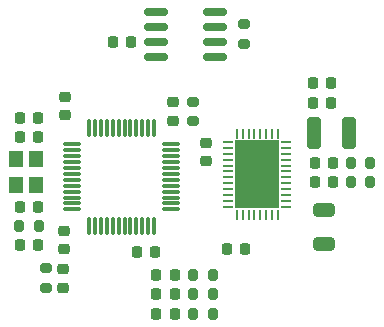
<source format=gbr>
%TF.GenerationSoftware,KiCad,Pcbnew,8.0.6*%
%TF.CreationDate,2024-12-04T23:44:22+08:00*%
%TF.ProjectId,f1oc,66316f63-2e6b-4696-9361-645f70636258,v0.1*%
%TF.SameCoordinates,Original*%
%TF.FileFunction,Paste,Top*%
%TF.FilePolarity,Positive*%
%FSLAX46Y46*%
G04 Gerber Fmt 4.6, Leading zero omitted, Abs format (unit mm)*
G04 Created by KiCad (PCBNEW 8.0.6) date 2024-12-04 23:44:22*
%MOMM*%
%LPD*%
G01*
G04 APERTURE LIST*
G04 Aperture macros list*
%AMRoundRect*
0 Rectangle with rounded corners*
0 $1 Rounding radius*
0 $2 $3 $4 $5 $6 $7 $8 $9 X,Y pos of 4 corners*
0 Add a 4 corners polygon primitive as box body*
4,1,4,$2,$3,$4,$5,$6,$7,$8,$9,$2,$3,0*
0 Add four circle primitives for the rounded corners*
1,1,$1+$1,$2,$3*
1,1,$1+$1,$4,$5*
1,1,$1+$1,$6,$7*
1,1,$1+$1,$8,$9*
0 Add four rect primitives between the rounded corners*
20,1,$1+$1,$2,$3,$4,$5,0*
20,1,$1+$1,$4,$5,$6,$7,0*
20,1,$1+$1,$6,$7,$8,$9,0*
20,1,$1+$1,$8,$9,$2,$3,0*%
G04 Aperture macros list end*
%ADD10C,0.000000*%
%ADD11RoundRect,0.225000X0.225000X0.250000X-0.225000X0.250000X-0.225000X-0.250000X0.225000X-0.250000X0*%
%ADD12RoundRect,0.218750X0.256250X-0.218750X0.256250X0.218750X-0.256250X0.218750X-0.256250X-0.218750X0*%
%ADD13RoundRect,0.200000X0.275000X-0.200000X0.275000X0.200000X-0.275000X0.200000X-0.275000X-0.200000X0*%
%ADD14R,0.812800X0.254000*%
%ADD15R,0.254000X0.812800*%
%ADD16R,3.810000X5.791200*%
%ADD17RoundRect,0.225000X-0.225000X-0.250000X0.225000X-0.250000X0.225000X0.250000X-0.225000X0.250000X0*%
%ADD18R,1.200000X1.400000*%
%ADD19RoundRect,0.200000X0.200000X0.275000X-0.200000X0.275000X-0.200000X-0.275000X0.200000X-0.275000X0*%
%ADD20RoundRect,0.225000X0.250000X-0.225000X0.250000X0.225000X-0.250000X0.225000X-0.250000X-0.225000X0*%
%ADD21RoundRect,0.250000X-0.325000X-1.100000X0.325000X-1.100000X0.325000X1.100000X-0.325000X1.100000X0*%
%ADD22RoundRect,0.250000X-0.650000X0.325000X-0.650000X-0.325000X0.650000X-0.325000X0.650000X0.325000X0*%
%ADD23RoundRect,0.075000X-0.662500X-0.075000X0.662500X-0.075000X0.662500X0.075000X-0.662500X0.075000X0*%
%ADD24RoundRect,0.075000X-0.075000X-0.662500X0.075000X-0.662500X0.075000X0.662500X-0.075000X0.662500X0*%
%ADD25RoundRect,0.225000X-0.250000X0.225000X-0.250000X-0.225000X0.250000X-0.225000X0.250000X0.225000X0*%
%ADD26RoundRect,0.150000X-0.825000X-0.150000X0.825000X-0.150000X0.825000X0.150000X-0.825000X0.150000X0*%
%ADD27RoundRect,0.200000X-0.275000X0.200000X-0.275000X-0.200000X0.275000X-0.200000X0.275000X0.200000X0*%
%ADD28RoundRect,0.200000X-0.200000X-0.275000X0.200000X-0.275000X0.200000X0.275000X-0.200000X0.275000X0*%
G04 APERTURE END LIST*
D10*
%TO.C,U2*%
G36*
X126215441Y-73997800D02*
G01*
X125145441Y-73997800D01*
X125145441Y-72750000D01*
X126215441Y-72750000D01*
X126215441Y-73997800D01*
G37*
G36*
X126215441Y-75445600D02*
G01*
X125145441Y-75445600D01*
X125145441Y-74197800D01*
X126215441Y-74197800D01*
X126215441Y-75445600D01*
G37*
G36*
X126215441Y-76893400D02*
G01*
X125145441Y-76893400D01*
X125145441Y-75645600D01*
X126215441Y-75645600D01*
X126215441Y-76893400D01*
G37*
G36*
X126215441Y-78341200D02*
G01*
X125145441Y-78341200D01*
X125145441Y-77093400D01*
X126215441Y-77093400D01*
X126215441Y-78341200D01*
G37*
G36*
X127485441Y-73997800D02*
G01*
X126415441Y-73997800D01*
X126415441Y-72750000D01*
X127485441Y-72750000D01*
X127485441Y-73997800D01*
G37*
G36*
X127485441Y-75445600D02*
G01*
X126415441Y-75445600D01*
X126415441Y-74197800D01*
X127485441Y-74197800D01*
X127485441Y-75445600D01*
G37*
G36*
X127485441Y-76893400D02*
G01*
X126415441Y-76893400D01*
X126415441Y-75645600D01*
X127485441Y-75645600D01*
X127485441Y-76893400D01*
G37*
G36*
X127485441Y-78341200D02*
G01*
X126415441Y-78341200D01*
X126415441Y-77093400D01*
X127485441Y-77093400D01*
X127485441Y-78341200D01*
G37*
G36*
X128755441Y-73997800D02*
G01*
X127685441Y-73997800D01*
X127685441Y-72750000D01*
X128755441Y-72750000D01*
X128755441Y-73997800D01*
G37*
G36*
X128755441Y-75445600D02*
G01*
X127685441Y-75445600D01*
X127685441Y-74197800D01*
X128755441Y-74197800D01*
X128755441Y-75445600D01*
G37*
G36*
X128755441Y-76893400D02*
G01*
X127685441Y-76893400D01*
X127685441Y-75645600D01*
X128755441Y-75645600D01*
X128755441Y-76893400D01*
G37*
G36*
X128755441Y-78341200D02*
G01*
X127685441Y-78341200D01*
X127685441Y-77093400D01*
X128755441Y-77093400D01*
X128755441Y-78341200D01*
G37*
%TD*%
D11*
%TO.C,C1*%
X108375000Y-81500000D03*
X106825000Y-81500000D03*
%TD*%
D12*
%TO.C,D2*%
X110511199Y-85118700D03*
X110511199Y-83543700D03*
%TD*%
D13*
%TO.C,R10*%
X109011200Y-85156200D03*
X109011200Y-83506200D03*
%TD*%
D11*
%TO.C,C17*%
X125940600Y-81892800D03*
X124390600Y-81892800D03*
%TD*%
%TO.C,C16*%
X119947000Y-84077200D03*
X118397000Y-84077200D03*
%TD*%
D14*
%TO.C,U2*%
X129401541Y-78296293D03*
X129401541Y-77796167D03*
X129401541Y-77296041D03*
X129401541Y-76795915D03*
X129401541Y-76295789D03*
X129401541Y-75795663D03*
X129401541Y-75295537D03*
X129401541Y-74795411D03*
X129401541Y-74295285D03*
X129401541Y-73795159D03*
X129401541Y-73295033D03*
X129401541Y-72794907D03*
D15*
X128700882Y-72091200D03*
X128200756Y-72091200D03*
X127700630Y-72091200D03*
X127200504Y-72091200D03*
X126700378Y-72091200D03*
X126200252Y-72091200D03*
X125700126Y-72091200D03*
X125200000Y-72091200D03*
D14*
X124499341Y-72794907D03*
X124499341Y-73295033D03*
X124499341Y-73795159D03*
X124499341Y-74295285D03*
X124499341Y-74795411D03*
X124499341Y-75295537D03*
X124499341Y-75795663D03*
X124499341Y-76295789D03*
X124499341Y-76795915D03*
X124499341Y-77296041D03*
X124499341Y-77796167D03*
X124499341Y-78296293D03*
D15*
X125200000Y-79000000D03*
X125700126Y-79000000D03*
X126200252Y-79000000D03*
X126700378Y-79000000D03*
X127200504Y-79000000D03*
X127700630Y-79000000D03*
X128200756Y-79000000D03*
X128700882Y-79000000D03*
D16*
X126950441Y-75545600D03*
%TD*%
D17*
%TO.C,C8*%
X131825000Y-76200000D03*
X133375000Y-76200000D03*
%TD*%
D18*
%TO.C,Y1*%
X106530000Y-74224000D03*
X106530000Y-76424000D03*
X108230000Y-76424000D03*
X108230000Y-74224000D03*
%TD*%
D19*
%TO.C,R4*%
X123184400Y-87328400D03*
X121534400Y-87328400D03*
%TD*%
%TO.C,R5*%
X123184400Y-85702800D03*
X121534400Y-85702800D03*
%TD*%
D20*
%TO.C,C6*%
X122574800Y-74438200D03*
X122574800Y-72888200D03*
%TD*%
%TO.C,C19*%
X110687600Y-70526600D03*
X110687600Y-68976600D03*
%TD*%
D19*
%TO.C,R8*%
X136506200Y-76200000D03*
X134856200Y-76200000D03*
%TD*%
D17*
%TO.C,C9*%
X131625000Y-67800000D03*
X133175000Y-67800000D03*
%TD*%
D21*
%TO.C,C5*%
X131725000Y-72000000D03*
X134675000Y-72000000D03*
%TD*%
D22*
%TO.C,C13*%
X132600000Y-78525000D03*
X132600000Y-81475000D03*
%TD*%
D11*
%TO.C,C15*%
X119947000Y-85702800D03*
X118397000Y-85702800D03*
%TD*%
D23*
%TO.C,U1*%
X111287500Y-73000000D03*
X111287500Y-73500000D03*
X111287500Y-74000000D03*
X111287500Y-74500000D03*
X111287500Y-75000000D03*
X111287500Y-75500000D03*
X111287500Y-76000000D03*
X111287500Y-76500000D03*
X111287500Y-77000000D03*
X111287500Y-77500000D03*
X111287500Y-78000000D03*
X111287500Y-78500000D03*
D24*
X112700000Y-79912500D03*
X113200000Y-79912500D03*
X113700000Y-79912500D03*
X114200000Y-79912500D03*
X114700000Y-79912500D03*
X115200000Y-79912500D03*
X115700000Y-79912500D03*
X116200000Y-79912500D03*
X116700000Y-79912500D03*
X117200000Y-79912500D03*
X117700000Y-79912500D03*
X118200000Y-79912500D03*
D23*
X119612500Y-78500000D03*
X119612500Y-78000000D03*
X119612500Y-77500000D03*
X119612500Y-77000000D03*
X119612500Y-76500000D03*
X119612500Y-76000000D03*
X119612500Y-75500000D03*
X119612500Y-75000000D03*
X119612500Y-74500000D03*
X119612500Y-74000000D03*
X119612500Y-73500000D03*
X119612500Y-73000000D03*
D24*
X118200000Y-71587500D03*
X117700000Y-71587500D03*
X117200000Y-71587500D03*
X116700000Y-71587500D03*
X116200000Y-71587500D03*
X115700000Y-71587500D03*
X115200000Y-71587500D03*
X114700000Y-71587500D03*
X114200000Y-71587500D03*
X113700000Y-71587500D03*
X113200000Y-71587500D03*
X112700000Y-71587500D03*
%TD*%
D11*
%TO.C,C21*%
X118269800Y-82096000D03*
X116719800Y-82096000D03*
%TD*%
D20*
%TO.C,C20*%
X119831600Y-70983800D03*
X119831600Y-69433800D03*
%TD*%
D11*
%TO.C,C3*%
X108375000Y-78296000D03*
X106825000Y-78296000D03*
%TD*%
D17*
%TO.C,C10*%
X131825000Y-74600000D03*
X133375000Y-74600000D03*
%TD*%
D19*
%TO.C,R6*%
X123184400Y-84077200D03*
X121534400Y-84077200D03*
%TD*%
D25*
%TO.C,C11*%
X110535200Y-80305000D03*
X110535200Y-81855000D03*
%TD*%
D11*
%TO.C,C14*%
X119947000Y-87328400D03*
X118397000Y-87328400D03*
%TD*%
D17*
%TO.C,C12*%
X131625000Y-69500000D03*
X133175000Y-69500000D03*
%TD*%
D26*
%TO.C,U3*%
X118372600Y-61750600D03*
X118372600Y-63020600D03*
X118372600Y-64290600D03*
X118372600Y-65560600D03*
X123322600Y-65560600D03*
X123322600Y-64290600D03*
X123322600Y-63020600D03*
X123322600Y-61750600D03*
%TD*%
D27*
%TO.C,R2*%
X125822600Y-62848400D03*
X125822600Y-64498400D03*
%TD*%
D11*
%TO.C,C18*%
X108375000Y-70750000D03*
X106825000Y-70750000D03*
%TD*%
%TO.C,C4*%
X116288600Y-64366800D03*
X114738600Y-64366800D03*
%TD*%
D27*
%TO.C,R17*%
X121457200Y-69396000D03*
X121457200Y-71046000D03*
%TD*%
D28*
%TO.C,R1*%
X106775000Y-79898000D03*
X108425000Y-79898000D03*
%TD*%
D17*
%TO.C,C2*%
X106825000Y-72352000D03*
X108375000Y-72352000D03*
%TD*%
D19*
%TO.C,R7*%
X136506200Y-74600000D03*
X134856200Y-74600000D03*
%TD*%
M02*

</source>
